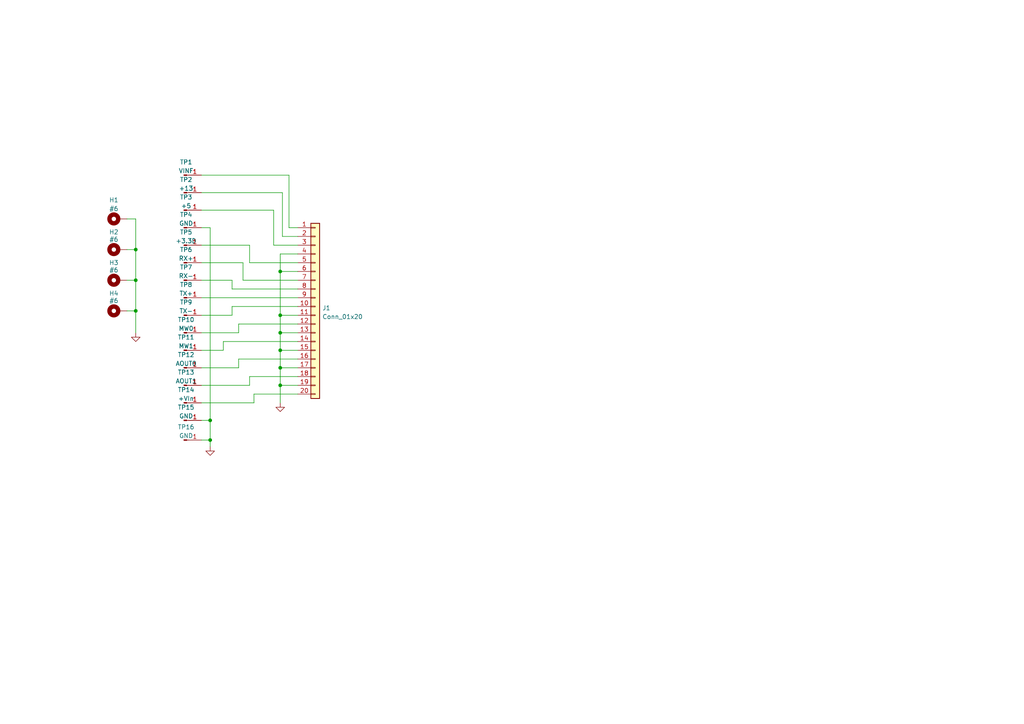
<source format=kicad_sch>
(kicad_sch (version 20211123) (generator eeschema)
  (paper "A4")
  (lib_symbols
    (symbol "Connector:Conn_01x01_Male" (pin_names (offset 1.016) hide)
      (property "Reference" "J" (at 0 2.54 0))
      (property "Value" "Conn_01x01_Male" (at 0 -2.54 0))
      (symbol "Conn_01x01_Male_1_1"
        (polyline (pts (xy 1.27 0) (xy 0.8636 0)) (stroke (width 0.1524)))
        (rectangle (start 0.8636 0.127) (end 0 -0.127) (stroke (width 0.1524)) (fill (type outline)))
        (pin passive line (at 5.08 0 180) (length 3.81) (name "Pin_1") (number "1"))
      )
    )
    (symbol "Connector_Generic:Conn_01x20" (pin_names (offset 1.016) hide)
      (property "Reference" "J" (at 0 25.4 0))
      (property "Value" "Conn_01x20" (at 0 -27.94 0))
      (symbol "Conn_01x20_1_1"
        (rectangle (start -1.27 -25.273) (end 0 -25.527) (stroke (width 0.1524)))
        (rectangle (start -1.27 -22.733) (end 0 -22.987) (stroke (width 0.1524)))
        (rectangle (start -1.27 -20.193) (end 0 -20.447) (stroke (width 0.1524)))
        (rectangle (start -1.27 -17.653) (end 0 -17.907) (stroke (width 0.1524)))
        (rectangle (start -1.27 -15.113) (end 0 -15.367) (stroke (width 0.1524)))
        (rectangle (start -1.27 -12.573) (end 0 -12.827) (stroke (width 0.1524)))
        (rectangle (start -1.27 -10.033) (end 0 -10.287) (stroke (width 0.1524)))
        (rectangle (start -1.27 -7.493) (end 0 -7.747) (stroke (width 0.1524)))
        (rectangle (start -1.27 -4.953) (end 0 -5.207) (stroke (width 0.1524)))
        (rectangle (start -1.27 -2.413) (end 0 -2.667) (stroke (width 0.1524)))
        (rectangle (start -1.27 0.127) (end 0 -0.127) (stroke (width 0.1524)))
        (rectangle (start -1.27 2.667) (end 0 2.413) (stroke (width 0.1524)))
        (rectangle (start -1.27 5.207) (end 0 4.953) (stroke (width 0.1524)))
        (rectangle (start -1.27 7.747) (end 0 7.493) (stroke (width 0.1524)))
        (rectangle (start -1.27 10.287) (end 0 10.033) (stroke (width 0.1524)))
        (rectangle (start -1.27 12.827) (end 0 12.573) (stroke (width 0.1524)))
        (rectangle (start -1.27 15.367) (end 0 15.113) (stroke (width 0.1524)))
        (rectangle (start -1.27 17.907) (end 0 17.653) (stroke (width 0.1524)))
        (rectangle (start -1.27 20.447) (end 0 20.193) (stroke (width 0.1524)))
        (rectangle (start -1.27 22.987) (end 0 22.733) (stroke (width 0.1524)))
        (rectangle (start -1.27 24.13) (end 1.27 -26.67) (stroke (width 0.254)) (fill (type background)))
        (pin passive line (at -5.08 22.86 0) (length 3.81) (name "Pin_1") (number "1"))
        (pin passive line (at -5.08 0 0) (length 3.81) (name "Pin_10") (number "10"))
        (pin passive line (at -5.08 -2.54 0) (length 3.81) (name "Pin_11") (number "11"))
        (pin passive line (at -5.08 -5.08 0) (length 3.81) (name "Pin_12") (number "12"))
        (pin passive line (at -5.08 -7.62 0) (length 3.81) (name "Pin_13") (number "13"))
        (pin passive line (at -5.08 -10.16 0) (length 3.81) (name "Pin_14") (number "14"))
        (pin passive line (at -5.08 -12.7 0) (length 3.81) (name "Pin_15") (number "15"))
        (pin passive line (at -5.08 -15.24 0) (length 3.81) (name "Pin_16") (number "16"))
        (pin passive line (at -5.08 -17.78 0) (length 3.81) (name "Pin_17") (number "17"))
        (pin passive line (at -5.08 -20.32 0) (length 3.81) (name "Pin_18") (number "18"))
        (pin passive line (at -5.08 -22.86 0) (length 3.81) (name "Pin_19") (number "19"))
        (pin passive line (at -5.08 20.32 0) (length 3.81) (name "Pin_2") (number "2"))
        (pin passive line (at -5.08 -25.4 0) (length 3.81) (name "Pin_20") (number "20"))
        (pin passive line (at -5.08 17.78 0) (length 3.81) (name "Pin_3") (number "3"))
        (pin passive line (at -5.08 15.24 0) (length 3.81) (name "Pin_4") (number "4"))
        (pin passive line (at -5.08 12.7 0) (length 3.81) (name "Pin_5") (number "5"))
        (pin passive line (at -5.08 10.16 0) (length 3.81) (name "Pin_6") (number "6"))
        (pin passive line (at -5.08 7.62 0) (length 3.81) (name "Pin_7") (number "7"))
        (pin passive line (at -5.08 5.08 0) (length 3.81) (name "Pin_8") (number "8"))
        (pin passive line (at -5.08 2.54 0) (length 3.81) (name "Pin_9") (number "9"))
      )
    )
    (symbol "Mechanical:MountingHole_Pad" (pin_numbers hide) (pin_names (offset 1.016) hide)
      (property "Reference" "H" (at 0 6.35 0))
      (property "Value" "MountingHole_Pad" (at 0 4.445 0))
      (symbol "MountingHole_Pad_0_1"
        (circle (center 0 1.27) (radius 1.27) (stroke (width 1.27)))
      )
      (symbol "MountingHole_Pad_1_1"
        (pin input line (at 0 -2.54 90) (length 2.54) (name "1") (number "1"))
      )
    )
    (symbol "power:GND" (power) (pin_names (offset 0))
      (property "Value" "GND" (at 0 -3.81 0))
      (symbol "GND_0_1"
        (polyline (pts (xy 0 0) (xy 0 -1.27) (xy 1.27 -1.27) (xy 0 -2.54) (xy -1.27 -1.27) (xy 0 -1.27)))
      )
      (symbol "GND_1_1"
        (pin power_in line (at 0 0 270) (length 0) hide (name "GND") (number "1"))
      )
    )
  )
  (junction (at 81.28 106.68))
  (junction (at 39.37 81.28))
  (junction (at 81.28 78.74))
  (junction (at 39.37 72.39))
  (junction (at 81.28 101.6))
  (junction (at 81.28 111.76))
  (junction (at 39.37 90.17))
  (junction (at 81.28 91.44))
  (junction (at 81.28 96.52))
  (junction (at 60.96 121.92))
  (junction (at 60.96 127.635))
  (wire (pts (xy 64.77 99.06) (xy 64.77 101.6)))
  (wire (pts (xy 69.215 104.14) (xy 69.215 106.68)))
  (wire (pts (xy 72.39 71.12) (xy 72.39 76.2)))
  (wire (pts (xy 86.36 99.06) (xy 64.77 99.06)))
  (wire (pts (xy 58.42 127.635) (xy 60.96 127.635)))
  (wire (pts (xy 86.36 101.6) (xy 81.28 101.6)))
  (wire (pts (xy 58.42 66.04) (xy 60.96 66.04)))
  (wire (pts (xy 39.37 81.28) (xy 36.83 81.28)))
  (wire (pts (xy 72.39 109.22) (xy 72.39 111.76)))
  (wire (pts (xy 39.37 63.5) (xy 36.83 63.5)))
  (wire (pts (xy 67.31 88.9) (xy 86.36 88.9)))
  (wire (pts (xy 39.37 63.5) (xy 39.37 72.39)))
  (wire (pts (xy 58.42 81.28) (xy 67.31 81.28)))
  (wire (pts (xy 86.36 78.74) (xy 81.28 78.74)))
  (wire (pts (xy 73.66 114.3) (xy 73.66 116.84)))
  (wire (pts (xy 81.28 106.68) (xy 81.28 101.6)))
  (wire (pts (xy 72.39 76.2) (xy 86.36 76.2)))
  (wire (pts (xy 70.485 81.28) (xy 70.485 76.2)))
  (wire (pts (xy 39.37 81.28) (xy 39.37 90.17)))
  (wire (pts (xy 86.36 91.44) (xy 81.28 91.44)))
  (wire (pts (xy 81.28 91.44) (xy 81.28 78.74)))
  (wire (pts (xy 83.82 66.04) (xy 86.36 66.04)))
  (wire (pts (xy 86.36 106.68) (xy 81.28 106.68)))
  (wire (pts (xy 72.39 111.76) (xy 58.42 111.76)))
  (wire (pts (xy 36.83 90.17) (xy 39.37 90.17)))
  (wire (pts (xy 67.31 81.28) (xy 67.31 83.82)))
  (wire (pts (xy 81.915 68.58) (xy 81.915 55.88)))
  (wire (pts (xy 86.36 93.98) (xy 69.215 93.98)))
  (wire (pts (xy 60.96 66.04) (xy 60.96 121.92)))
  (wire (pts (xy 69.215 96.52) (xy 58.42 96.52)))
  (wire (pts (xy 86.36 96.52) (xy 81.28 96.52)))
  (wire (pts (xy 81.28 78.74) (xy 81.28 73.66)))
  (wire (pts (xy 36.83 72.39) (xy 39.37 72.39)))
  (wire (pts (xy 83.82 50.8) (xy 83.82 66.04)))
  (wire (pts (xy 60.96 121.92) (xy 60.96 127.635)))
  (wire (pts (xy 67.31 91.44) (xy 67.31 88.9)))
  (wire (pts (xy 81.28 116.84) (xy 81.28 111.76)))
  (wire (pts (xy 58.42 91.44) (xy 67.31 91.44)))
  (wire (pts (xy 69.215 93.98) (xy 69.215 96.52)))
  (wire (pts (xy 86.36 114.3) (xy 73.66 114.3)))
  (wire (pts (xy 39.37 81.28) (xy 39.37 72.39)))
  (wire (pts (xy 79.375 60.96) (xy 79.375 71.12)))
  (wire (pts (xy 70.485 76.2) (xy 58.42 76.2)))
  (wire (pts (xy 69.215 106.68) (xy 58.42 106.68)))
  (wire (pts (xy 86.36 104.14) (xy 69.215 104.14)))
  (wire (pts (xy 86.36 81.28) (xy 70.485 81.28)))
  (wire (pts (xy 73.66 116.84) (xy 58.42 116.84)))
  (wire (pts (xy 81.28 111.76) (xy 86.36 111.76)))
  (wire (pts (xy 79.375 71.12) (xy 86.36 71.12)))
  (wire (pts (xy 60.96 129.54) (xy 60.96 127.635)))
  (wire (pts (xy 67.31 83.82) (xy 86.36 83.82)))
  (wire (pts (xy 58.42 71.12) (xy 72.39 71.12)))
  (wire (pts (xy 81.28 96.52) (xy 81.28 91.44)))
  (wire (pts (xy 86.36 109.22) (xy 72.39 109.22)))
  (wire (pts (xy 81.28 111.76) (xy 81.28 106.68)))
  (wire (pts (xy 81.28 73.66) (xy 86.36 73.66)))
  (wire (pts (xy 58.42 50.8) (xy 83.82 50.8)))
  (wire (pts (xy 81.915 55.88) (xy 58.42 55.88)))
  (wire (pts (xy 58.42 86.36) (xy 86.36 86.36)))
  (wire (pts (xy 81.28 101.6) (xy 81.28 96.52)))
  (wire (pts (xy 64.77 101.6) (xy 58.42 101.6)))
  (wire (pts (xy 58.42 60.96) (xy 79.375 60.96)))
  (wire (pts (xy 39.37 96.52) (xy 39.37 90.17)))
  (wire (pts (xy 86.36 68.58) (xy 81.915 68.58)))
  (wire (pts (xy 58.42 121.92) (xy 60.96 121.92)))
  (symbol (lib_id "Connector:Conn_01x01_Male") (at 53.34 91.44 0) (unit 1)
    (property "Reference" "TP9" (at 53.975 87.664 0))
    (property "Value" "TX-" (at 53.975 90.2009 0))
    (property "Footprint" "Connector_PinHeader_2.54mm:PinHeader_1x01_P2.54mm_Vertical" (effects hide))
  )
  (symbol (lib_id "Connector:Conn_01x01_Male") (at 53.34 55.88 0) (unit 1)
    (property "Reference" "TP2" (at 53.975 52.104 0))
    (property "Value" "+13" (at 53.975 54.6409 0))
    (property "Footprint" "Connector_PinHeader_2.54mm:PinHeader_1x01_P2.54mm_Vertical" (effects hide))
  )
  (symbol (lib_id "Connector:Conn_01x01_Male") (at 53.34 76.2 0) (unit 1)
    (property "Reference" "TP6" (at 53.975 72.424 0))
    (property "Value" "RX+" (at 53.975 74.9609 0))
    (property "Footprint" "Connector_PinHeader_2.54mm:PinHeader_1x01_P2.54mm_Vertical" (effects hide))
  )
  (symbol (lib_id "Mechanical:MountingHole_Pad") (at 34.29 81.28 90) (unit 1)
    (property "Reference" "H3" (at 33.02 76.2 90))
    (property "Value" "#6" (at 33.02 78.3391 90))
    (property "Footprint" "MountingHole:MountingHole_3.7mm_Pad_Via" (effects hide))
  )
  (symbol (lib_id "Connector:Conn_01x01_Male") (at 53.34 101.6 0) (unit 1)
    (property "Reference" "TP11" (at 53.975 97.824 0))
    (property "Value" "MW1" (at 53.975 100.3609 0))
    (property "Footprint" "Connector_PinHeader_2.54mm:PinHeader_1x01_P2.54mm_Vertical" (effects hide))
  )
  (symbol (lib_id "Connector:Conn_01x01_Male") (at 53.34 86.36 0) (unit 1)
    (property "Reference" "TP8" (at 53.975 82.584 0))
    (property "Value" "TX+" (at 53.975 85.1209 0))
    (property "Footprint" "Connector_PinHeader_2.54mm:PinHeader_1x01_P2.54mm_Vertical" (effects hide))
  )
  (symbol (lib_id "Connector:Conn_01x01_Male") (at 53.34 116.84 0) (unit 1)
    (property "Reference" "TP14" (at 53.975 113.064 0))
    (property "Value" "+VIn" (at 53.975 115.6009 0))
    (property "Footprint" "Connector_PinHeader_2.54mm:PinHeader_1x01_P2.54mm_Vertical" (effects hide))
  )
  (symbol (lib_id "Connector:Conn_01x01_Male") (at 53.34 60.96 0) (unit 1)
    (property "Reference" "TP3" (at 53.975 57.184 0))
    (property "Value" "+5" (at 53.975 59.7209 0))
    (property "Footprint" "Connector_PinHeader_2.54mm:PinHeader_1x01_P2.54mm_Vertical" (effects hide))
  )
  (symbol (lib_id "Mechanical:MountingHole_Pad") (at 34.29 90.17 90) (unit 1)
    (property "Reference" "H4" (at 33.02 85.09 90))
    (property "Value" "#6" (at 33.02 87.2291 90))
    (property "Footprint" "MountingHole:MountingHole_3.7mm_Pad_Via" (effects hide))
  )
  (symbol (lib_id "Connector:Conn_01x01_Male") (at 53.34 127.635 0) (unit 1)
    (property "Reference" "TP16" (at 53.975 123.859 0))
    (property "Value" "GND" (at 53.975 126.3959 0))
    (property "Footprint" "Connector_PinHeader_2.54mm:PinHeader_1x01_P2.54mm_Vertical" (effects hide))
  )
  (symbol (lib_id "power:GND") (at 60.96 129.54 0) (unit 1)
    (property "Reference" "#PWR0103" (effects hide))
    (property "Value" "GND" (effects hide))
  )
  (symbol (lib_id "Mechanical:MountingHole_Pad") (at 34.29 72.39 90) (unit 1)
    (property "Reference" "H2" (at 33.02 67.31 90))
    (property "Value" "#6" (at 33.02 69.4491 90))
    (property "Footprint" "MountingHole:MountingHole_3.7mm_Pad_Via" (effects hide))
  )
  (symbol (lib_id "Connector:Conn_01x01_Male") (at 53.34 111.76 0) (unit 1)
    (property "Reference" "TP13" (at 53.975 107.984 0))
    (property "Value" "AOUT1" (at 53.975 110.5209 0))
    (property "Footprint" "Connector_PinHeader_2.54mm:PinHeader_1x01_P2.54mm_Vertical" (effects hide))
  )
  (symbol (lib_id "Mechanical:MountingHole_Pad") (at 34.29 63.5 90) (unit 1)
    (property "Reference" "H1" (at 33.02 58.0222 90))
    (property "Value" "#6" (at 33.02 60.5591 90))
    (property "Footprint" "MountingHole:MountingHole_3.7mm_Pad_Via" (effects hide))
  )
  (symbol (lib_id "power:GND") (at 39.37 96.52 0) (unit 1)
    (property "Reference" "#PWR0101" (effects hide))
    (property "Value" "GND" (effects hide))
  )
  (symbol (lib_id "Connector_Generic:Conn_01x20") (at 91.44 88.9 0) (unit 1)
    (property "Reference" "J1" (at 93.472 89.3353 0) (effects (justify left)))
    (property "Value" "Conn_01x20" (at 93.472 91.8722 0) (effects (justify left)))
    (property "Footprint" "Connector_PinHeader_2.54mm:PinHeader_2x10_P2.54mm_Vertical_SMD" (effects hide))
  )
  (symbol (lib_id "Connector:Conn_01x01_Male") (at 53.34 66.04 0) (unit 1)
    (property "Reference" "TP4" (at 53.975 62.264 0))
    (property "Value" "GND" (at 53.975 64.8009 0))
    (property "Footprint" "Connector_PinHeader_2.54mm:PinHeader_1x01_P2.54mm_Vertical" (effects hide))
  )
  (symbol (lib_id "power:GND") (at 81.28 116.84 0) (mirror y) (unit 1)
    (property "Reference" "#PWR0102" (effects hide))
    (property "Value" "GND" (effects hide))
  )
  (symbol (lib_id "Connector:Conn_01x01_Male") (at 53.34 96.52 0) (unit 1)
    (property "Reference" "TP10" (at 53.975 92.744 0))
    (property "Value" "MW0" (at 53.975 95.2809 0))
    (property "Footprint" "Connector_PinHeader_2.54mm:PinHeader_1x01_P2.54mm_Vertical" (effects hide))
  )
  (symbol (lib_id "Connector:Conn_01x01_Male") (at 53.34 121.92 0) (unit 1)
    (property "Reference" "TP15" (at 53.975 118.144 0))
    (property "Value" "GND" (at 53.975 120.6809 0))
    (property "Footprint" "Connector_PinHeader_2.54mm:PinHeader_1x01_P2.54mm_Vertical" (effects hide))
  )
  (symbol (lib_id "Connector:Conn_01x01_Male") (at 53.34 106.68 0) (unit 1)
    (property "Reference" "TP12" (at 53.975 102.904 0))
    (property "Value" "AOUT0" (at 53.975 105.4409 0))
    (property "Footprint" "Connector_PinHeader_2.54mm:PinHeader_1x01_P2.54mm_Vertical" (effects hide))
  )
  (symbol (lib_id "Connector:Conn_01x01_Male") (at 53.34 81.28 0) (unit 1)
    (property "Reference" "TP7" (at 53.975 77.504 0))
    (property "Value" "RX-" (at 53.975 80.0409 0))
    (property "Footprint" "Connector_PinHeader_2.54mm:PinHeader_1x01_P2.54mm_Vertical" (effects hide))
  )
  (symbol (lib_id "Connector:Conn_01x01_Male") (at 53.34 71.12 0) (unit 1)
    (property "Reference" "TP5" (at 53.975 67.344 0))
    (property "Value" "+3.3D" (at 53.975 69.8809 0))
    (property "Footprint" "Connector_PinHeader_2.54mm:PinHeader_1x01_P2.54mm_Vertical" (effects hide))
  )
  (symbol (lib_id "Connector:Conn_01x01_Male") (at 53.34 50.8 0) (unit 1)
    (property "Reference" "TP1" (at 53.975 47.024 0))
    (property "Value" "VINF" (at 53.975 49.5609 0))
    (property "Footprint" "Connector_PinHeader_2.54mm:PinHeader_1x01_P2.54mm_Vertical" (effects hide))
  )
)
</source>
